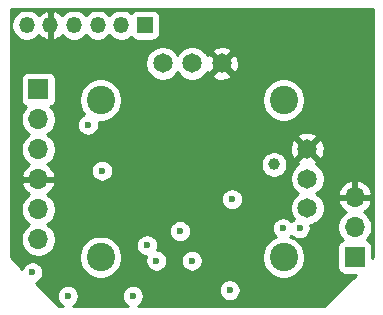
<source format=gbr>
G04 #@! TF.GenerationSoftware,KiCad,Pcbnew,(5.1.6-0-10_14)*
G04 #@! TF.CreationDate,2020-11-17T18:44:15+01:00*
G04 #@! TF.ProjectId,ProStick64_PCB_v6,50726f53-7469-4636-9b36-345f5043425f,rev?*
G04 #@! TF.SameCoordinates,Original*
G04 #@! TF.FileFunction,Copper,L2,Inr*
G04 #@! TF.FilePolarity,Positive*
%FSLAX46Y46*%
G04 Gerber Fmt 4.6, Leading zero omitted, Abs format (unit mm)*
G04 Created by KiCad (PCBNEW (5.1.6-0-10_14)) date 2020-11-17 18:44:15*
%MOMM*%
%LPD*%
G01*
G04 APERTURE LIST*
G04 #@! TA.AperFunction,ViaPad*
%ADD10R,1.700000X1.700000*%
G04 #@! TD*
G04 #@! TA.AperFunction,ViaPad*
%ADD11O,1.700000X1.700000*%
G04 #@! TD*
G04 #@! TA.AperFunction,ViaPad*
%ADD12C,1.650000*%
G04 #@! TD*
G04 #@! TA.AperFunction,ViaPad*
%ADD13C,2.400000*%
G04 #@! TD*
G04 #@! TA.AperFunction,ViaPad*
%ADD14R,1.350000X1.350000*%
G04 #@! TD*
G04 #@! TA.AperFunction,ViaPad*
%ADD15O,1.350000X1.350000*%
G04 #@! TD*
G04 #@! TA.AperFunction,ViaPad*
%ADD16C,1.000000*%
G04 #@! TD*
G04 #@! TA.AperFunction,ViaPad*
%ADD17C,0.600000*%
G04 #@! TD*
G04 #@! TA.AperFunction,Conductor*
%ADD18C,0.254000*%
G04 #@! TD*
G04 APERTURE END LIST*
D10*
X133000000Y-67500000D03*
D11*
X133000000Y-70040000D03*
X133000000Y-72580000D03*
X133000000Y-75120000D03*
X133000000Y-77660000D03*
X133000000Y-80200000D03*
D12*
X155775000Y-77559000D03*
X143525000Y-65309000D03*
X155775000Y-75059000D03*
X146025000Y-65309000D03*
X155775000Y-72559000D03*
X148525000Y-65309000D03*
D13*
X138275000Y-68409000D03*
X138275000Y-81709000D03*
X153775000Y-81709000D03*
X153775000Y-68409000D03*
D10*
X159800000Y-81700000D03*
D11*
X159800000Y-79160000D03*
X159800000Y-76620000D03*
D14*
X142025000Y-62059000D03*
D15*
X140025000Y-62059000D03*
X138025000Y-62059000D03*
X136025000Y-62059000D03*
X134025000Y-62059000D03*
X132025000Y-62059000D03*
D16*
X152960000Y-73859000D03*
D17*
X149400000Y-76800000D03*
X149200000Y-84500000D03*
X141000000Y-85000000D03*
X153300000Y-83800000D03*
X137500000Y-79000000D03*
X137200000Y-70500000D03*
X138400000Y-74380001D03*
X132500000Y-83000000D03*
X153725000Y-79259000D03*
X142200000Y-80700000D03*
X155125000Y-79259000D03*
X145000000Y-79500000D03*
X135500000Y-85000000D03*
X143000000Y-82000000D03*
X146000000Y-82000000D03*
D18*
G36*
X161340001Y-81726618D02*
G01*
X161288072Y-81778547D01*
X161288072Y-80850000D01*
X161275812Y-80725518D01*
X161239502Y-80605820D01*
X161180537Y-80495506D01*
X161101185Y-80398815D01*
X161004494Y-80319463D01*
X160894180Y-80260498D01*
X160821620Y-80238487D01*
X160953475Y-80106632D01*
X161115990Y-79863411D01*
X161227932Y-79593158D01*
X161285000Y-79306260D01*
X161285000Y-79013740D01*
X161227932Y-78726842D01*
X161115990Y-78456589D01*
X160953475Y-78213368D01*
X160746632Y-78006525D01*
X160564466Y-77884805D01*
X160681355Y-77815178D01*
X160897588Y-77620269D01*
X161071641Y-77386920D01*
X161196825Y-77124099D01*
X161241476Y-76976890D01*
X161120155Y-76747000D01*
X159927000Y-76747000D01*
X159927000Y-76767000D01*
X159673000Y-76767000D01*
X159673000Y-76747000D01*
X158479845Y-76747000D01*
X158358524Y-76976890D01*
X158403175Y-77124099D01*
X158528359Y-77386920D01*
X158702412Y-77620269D01*
X158918645Y-77815178D01*
X159035534Y-77884805D01*
X158853368Y-78006525D01*
X158646525Y-78213368D01*
X158484010Y-78456589D01*
X158372068Y-78726842D01*
X158315000Y-79013740D01*
X158315000Y-79306260D01*
X158372068Y-79593158D01*
X158484010Y-79863411D01*
X158646525Y-80106632D01*
X158778380Y-80238487D01*
X158705820Y-80260498D01*
X158595506Y-80319463D01*
X158498815Y-80398815D01*
X158419463Y-80495506D01*
X158360498Y-80605820D01*
X158324188Y-80725518D01*
X158311928Y-80850000D01*
X158311928Y-82550000D01*
X158324188Y-82674482D01*
X158360498Y-82794180D01*
X158419463Y-82904494D01*
X158498815Y-83001185D01*
X158595506Y-83080537D01*
X158705820Y-83139502D01*
X158825518Y-83175812D01*
X158950000Y-83188072D01*
X159878547Y-83188072D01*
X157226620Y-85840000D01*
X141415333Y-85840000D01*
X141442889Y-85828586D01*
X141596028Y-85726262D01*
X141726262Y-85596028D01*
X141828586Y-85442889D01*
X141899068Y-85272729D01*
X141935000Y-85092089D01*
X141935000Y-84907911D01*
X141899068Y-84727271D01*
X141828586Y-84557111D01*
X141728894Y-84407911D01*
X148265000Y-84407911D01*
X148265000Y-84592089D01*
X148300932Y-84772729D01*
X148371414Y-84942889D01*
X148473738Y-85096028D01*
X148603972Y-85226262D01*
X148757111Y-85328586D01*
X148927271Y-85399068D01*
X149107911Y-85435000D01*
X149292089Y-85435000D01*
X149472729Y-85399068D01*
X149642889Y-85328586D01*
X149796028Y-85226262D01*
X149926262Y-85096028D01*
X150028586Y-84942889D01*
X150099068Y-84772729D01*
X150135000Y-84592089D01*
X150135000Y-84407911D01*
X150099068Y-84227271D01*
X150028586Y-84057111D01*
X149926262Y-83903972D01*
X149796028Y-83773738D01*
X149642889Y-83671414D01*
X149472729Y-83600932D01*
X149292089Y-83565000D01*
X149107911Y-83565000D01*
X148927271Y-83600932D01*
X148757111Y-83671414D01*
X148603972Y-83773738D01*
X148473738Y-83903972D01*
X148371414Y-84057111D01*
X148300932Y-84227271D01*
X148265000Y-84407911D01*
X141728894Y-84407911D01*
X141726262Y-84403972D01*
X141596028Y-84273738D01*
X141442889Y-84171414D01*
X141272729Y-84100932D01*
X141092089Y-84065000D01*
X140907911Y-84065000D01*
X140727271Y-84100932D01*
X140557111Y-84171414D01*
X140403972Y-84273738D01*
X140273738Y-84403972D01*
X140171414Y-84557111D01*
X140100932Y-84727271D01*
X140065000Y-84907911D01*
X140065000Y-85092089D01*
X140100932Y-85272729D01*
X140171414Y-85442889D01*
X140273738Y-85596028D01*
X140403972Y-85726262D01*
X140557111Y-85828586D01*
X140584667Y-85840000D01*
X135915333Y-85840000D01*
X135942889Y-85828586D01*
X136096028Y-85726262D01*
X136226262Y-85596028D01*
X136328586Y-85442889D01*
X136399068Y-85272729D01*
X136435000Y-85092089D01*
X136435000Y-84907911D01*
X136399068Y-84727271D01*
X136328586Y-84557111D01*
X136226262Y-84403972D01*
X136096028Y-84273738D01*
X135942889Y-84171414D01*
X135772729Y-84100932D01*
X135592089Y-84065000D01*
X135407911Y-84065000D01*
X135227271Y-84100932D01*
X135057111Y-84171414D01*
X134903972Y-84273738D01*
X134773738Y-84403972D01*
X134671414Y-84557111D01*
X134600932Y-84727271D01*
X134565000Y-84907911D01*
X134565000Y-85092089D01*
X134600932Y-85272729D01*
X134671414Y-85442889D01*
X134773738Y-85596028D01*
X134903972Y-85726262D01*
X135057111Y-85828586D01*
X135084667Y-85840000D01*
X134773381Y-85840000D01*
X132814957Y-83881577D01*
X132942889Y-83828586D01*
X133096028Y-83726262D01*
X133226262Y-83596028D01*
X133328586Y-83442889D01*
X133399068Y-83272729D01*
X133435000Y-83092089D01*
X133435000Y-82907911D01*
X133399068Y-82727271D01*
X133328586Y-82557111D01*
X133226262Y-82403972D01*
X133096028Y-82273738D01*
X132942889Y-82171414D01*
X132772729Y-82100932D01*
X132592089Y-82065000D01*
X132407911Y-82065000D01*
X132227271Y-82100932D01*
X132057111Y-82171414D01*
X131903972Y-82273738D01*
X131773738Y-82403972D01*
X131671414Y-82557111D01*
X131618423Y-82685043D01*
X130660000Y-81726620D01*
X130660000Y-77513740D01*
X131515000Y-77513740D01*
X131515000Y-77806260D01*
X131572068Y-78093158D01*
X131684010Y-78363411D01*
X131846525Y-78606632D01*
X132053368Y-78813475D01*
X132227760Y-78930000D01*
X132053368Y-79046525D01*
X131846525Y-79253368D01*
X131684010Y-79496589D01*
X131572068Y-79766842D01*
X131515000Y-80053740D01*
X131515000Y-80346260D01*
X131572068Y-80633158D01*
X131684010Y-80903411D01*
X131846525Y-81146632D01*
X132053368Y-81353475D01*
X132296589Y-81515990D01*
X132566842Y-81627932D01*
X132853740Y-81685000D01*
X133146260Y-81685000D01*
X133433158Y-81627932D01*
X133673769Y-81528268D01*
X136440000Y-81528268D01*
X136440000Y-81889732D01*
X136510518Y-82244250D01*
X136648844Y-82578199D01*
X136849662Y-82878744D01*
X137105256Y-83134338D01*
X137405801Y-83335156D01*
X137739750Y-83473482D01*
X138094268Y-83544000D01*
X138455732Y-83544000D01*
X138810250Y-83473482D01*
X139144199Y-83335156D01*
X139444744Y-83134338D01*
X139700338Y-82878744D01*
X139901156Y-82578199D01*
X140039482Y-82244250D01*
X140110000Y-81889732D01*
X140110000Y-81528268D01*
X140039482Y-81173750D01*
X139901156Y-80839801D01*
X139746212Y-80607911D01*
X141265000Y-80607911D01*
X141265000Y-80792089D01*
X141300932Y-80972729D01*
X141371414Y-81142889D01*
X141473738Y-81296028D01*
X141603972Y-81426262D01*
X141757111Y-81528586D01*
X141927271Y-81599068D01*
X142107911Y-81635000D01*
X142139152Y-81635000D01*
X142100932Y-81727271D01*
X142065000Y-81907911D01*
X142065000Y-82092089D01*
X142100932Y-82272729D01*
X142171414Y-82442889D01*
X142273738Y-82596028D01*
X142403972Y-82726262D01*
X142557111Y-82828586D01*
X142727271Y-82899068D01*
X142907911Y-82935000D01*
X143092089Y-82935000D01*
X143272729Y-82899068D01*
X143442889Y-82828586D01*
X143596028Y-82726262D01*
X143726262Y-82596028D01*
X143828586Y-82442889D01*
X143899068Y-82272729D01*
X143935000Y-82092089D01*
X143935000Y-81907911D01*
X145065000Y-81907911D01*
X145065000Y-82092089D01*
X145100932Y-82272729D01*
X145171414Y-82442889D01*
X145273738Y-82596028D01*
X145403972Y-82726262D01*
X145557111Y-82828586D01*
X145727271Y-82899068D01*
X145907911Y-82935000D01*
X146092089Y-82935000D01*
X146272729Y-82899068D01*
X146442889Y-82828586D01*
X146596028Y-82726262D01*
X146726262Y-82596028D01*
X146828586Y-82442889D01*
X146899068Y-82272729D01*
X146935000Y-82092089D01*
X146935000Y-81907911D01*
X146899068Y-81727271D01*
X146828586Y-81557111D01*
X146809314Y-81528268D01*
X151940000Y-81528268D01*
X151940000Y-81889732D01*
X152010518Y-82244250D01*
X152148844Y-82578199D01*
X152349662Y-82878744D01*
X152605256Y-83134338D01*
X152905801Y-83335156D01*
X153239750Y-83473482D01*
X153594268Y-83544000D01*
X153955732Y-83544000D01*
X154310250Y-83473482D01*
X154644199Y-83335156D01*
X154944744Y-83134338D01*
X155200338Y-82878744D01*
X155401156Y-82578199D01*
X155539482Y-82244250D01*
X155610000Y-81889732D01*
X155610000Y-81528268D01*
X155539482Y-81173750D01*
X155401156Y-80839801D01*
X155200338Y-80539256D01*
X154944744Y-80283662D01*
X154644199Y-80082844D01*
X154346682Y-79959608D01*
X154425000Y-79881290D01*
X154528972Y-79985262D01*
X154682111Y-80087586D01*
X154852271Y-80158068D01*
X155032911Y-80194000D01*
X155217089Y-80194000D01*
X155397729Y-80158068D01*
X155567889Y-80087586D01*
X155721028Y-79985262D01*
X155851262Y-79855028D01*
X155953586Y-79701889D01*
X156024068Y-79531729D01*
X156060000Y-79351089D01*
X156060000Y-79166911D01*
X156026324Y-78997612D01*
X156200866Y-78962893D01*
X156466569Y-78852835D01*
X156705696Y-78693056D01*
X156909056Y-78489696D01*
X157068835Y-78250569D01*
X157178893Y-77984866D01*
X157235000Y-77702797D01*
X157235000Y-77415203D01*
X157178893Y-77133134D01*
X157068835Y-76867431D01*
X156909056Y-76628304D01*
X156705696Y-76424944D01*
X156532173Y-76309000D01*
X156600852Y-76263110D01*
X158358524Y-76263110D01*
X158479845Y-76493000D01*
X159673000Y-76493000D01*
X159673000Y-75299186D01*
X159927000Y-75299186D01*
X159927000Y-76493000D01*
X161120155Y-76493000D01*
X161241476Y-76263110D01*
X161196825Y-76115901D01*
X161071641Y-75853080D01*
X160897588Y-75619731D01*
X160681355Y-75424822D01*
X160431252Y-75275843D01*
X160156891Y-75178519D01*
X159927000Y-75299186D01*
X159673000Y-75299186D01*
X159443109Y-75178519D01*
X159168748Y-75275843D01*
X158918645Y-75424822D01*
X158702412Y-75619731D01*
X158528359Y-75853080D01*
X158403175Y-76115901D01*
X158358524Y-76263110D01*
X156600852Y-76263110D01*
X156705696Y-76193056D01*
X156909056Y-75989696D01*
X157068835Y-75750569D01*
X157178893Y-75484866D01*
X157235000Y-75202797D01*
X157235000Y-74915203D01*
X157178893Y-74633134D01*
X157068835Y-74367431D01*
X156909056Y-74128304D01*
X156705696Y-73924944D01*
X156533258Y-73809725D01*
X156605946Y-73569551D01*
X155775000Y-72738605D01*
X154944054Y-73569551D01*
X155016742Y-73809725D01*
X154844304Y-73924944D01*
X154640944Y-74128304D01*
X154481165Y-74367431D01*
X154371107Y-74633134D01*
X154315000Y-74915203D01*
X154315000Y-75202797D01*
X154371107Y-75484866D01*
X154481165Y-75750569D01*
X154640944Y-75989696D01*
X154844304Y-76193056D01*
X155017827Y-76309000D01*
X154844304Y-76424944D01*
X154640944Y-76628304D01*
X154481165Y-76867431D01*
X154371107Y-77133134D01*
X154315000Y-77415203D01*
X154315000Y-77702797D01*
X154371107Y-77984866D01*
X154481165Y-78250569D01*
X154626266Y-78467728D01*
X154528972Y-78532738D01*
X154425000Y-78636710D01*
X154321028Y-78532738D01*
X154167889Y-78430414D01*
X153997729Y-78359932D01*
X153817089Y-78324000D01*
X153632911Y-78324000D01*
X153452271Y-78359932D01*
X153282111Y-78430414D01*
X153128972Y-78532738D01*
X152998738Y-78662972D01*
X152896414Y-78816111D01*
X152825932Y-78986271D01*
X152790000Y-79166911D01*
X152790000Y-79351089D01*
X152825932Y-79531729D01*
X152896414Y-79701889D01*
X152998738Y-79855028D01*
X153128972Y-79985262D01*
X153133722Y-79988436D01*
X152905801Y-80082844D01*
X152605256Y-80283662D01*
X152349662Y-80539256D01*
X152148844Y-80839801D01*
X152010518Y-81173750D01*
X151940000Y-81528268D01*
X146809314Y-81528268D01*
X146726262Y-81403972D01*
X146596028Y-81273738D01*
X146442889Y-81171414D01*
X146272729Y-81100932D01*
X146092089Y-81065000D01*
X145907911Y-81065000D01*
X145727271Y-81100932D01*
X145557111Y-81171414D01*
X145403972Y-81273738D01*
X145273738Y-81403972D01*
X145171414Y-81557111D01*
X145100932Y-81727271D01*
X145065000Y-81907911D01*
X143935000Y-81907911D01*
X143899068Y-81727271D01*
X143828586Y-81557111D01*
X143726262Y-81403972D01*
X143596028Y-81273738D01*
X143442889Y-81171414D01*
X143272729Y-81100932D01*
X143092089Y-81065000D01*
X143060848Y-81065000D01*
X143099068Y-80972729D01*
X143135000Y-80792089D01*
X143135000Y-80607911D01*
X143099068Y-80427271D01*
X143028586Y-80257111D01*
X142926262Y-80103972D01*
X142796028Y-79973738D01*
X142642889Y-79871414D01*
X142472729Y-79800932D01*
X142292089Y-79765000D01*
X142107911Y-79765000D01*
X141927271Y-79800932D01*
X141757111Y-79871414D01*
X141603972Y-79973738D01*
X141473738Y-80103972D01*
X141371414Y-80257111D01*
X141300932Y-80427271D01*
X141265000Y-80607911D01*
X139746212Y-80607911D01*
X139700338Y-80539256D01*
X139444744Y-80283662D01*
X139144199Y-80082844D01*
X138810250Y-79944518D01*
X138455732Y-79874000D01*
X138094268Y-79874000D01*
X137739750Y-79944518D01*
X137405801Y-80082844D01*
X137105256Y-80283662D01*
X136849662Y-80539256D01*
X136648844Y-80839801D01*
X136510518Y-81173750D01*
X136440000Y-81528268D01*
X133673769Y-81528268D01*
X133703411Y-81515990D01*
X133946632Y-81353475D01*
X134153475Y-81146632D01*
X134315990Y-80903411D01*
X134427932Y-80633158D01*
X134485000Y-80346260D01*
X134485000Y-80053740D01*
X134427932Y-79766842D01*
X134315990Y-79496589D01*
X134256738Y-79407911D01*
X144065000Y-79407911D01*
X144065000Y-79592089D01*
X144100932Y-79772729D01*
X144171414Y-79942889D01*
X144273738Y-80096028D01*
X144403972Y-80226262D01*
X144557111Y-80328586D01*
X144727271Y-80399068D01*
X144907911Y-80435000D01*
X145092089Y-80435000D01*
X145272729Y-80399068D01*
X145442889Y-80328586D01*
X145596028Y-80226262D01*
X145726262Y-80096028D01*
X145828586Y-79942889D01*
X145899068Y-79772729D01*
X145935000Y-79592089D01*
X145935000Y-79407911D01*
X145899068Y-79227271D01*
X145828586Y-79057111D01*
X145726262Y-78903972D01*
X145596028Y-78773738D01*
X145442889Y-78671414D01*
X145272729Y-78600932D01*
X145092089Y-78565000D01*
X144907911Y-78565000D01*
X144727271Y-78600932D01*
X144557111Y-78671414D01*
X144403972Y-78773738D01*
X144273738Y-78903972D01*
X144171414Y-79057111D01*
X144100932Y-79227271D01*
X144065000Y-79407911D01*
X134256738Y-79407911D01*
X134153475Y-79253368D01*
X133946632Y-79046525D01*
X133772240Y-78930000D01*
X133946632Y-78813475D01*
X134153475Y-78606632D01*
X134315990Y-78363411D01*
X134427932Y-78093158D01*
X134485000Y-77806260D01*
X134485000Y-77513740D01*
X134427932Y-77226842D01*
X134315990Y-76956589D01*
X134153475Y-76713368D01*
X134148018Y-76707911D01*
X148465000Y-76707911D01*
X148465000Y-76892089D01*
X148500932Y-77072729D01*
X148571414Y-77242889D01*
X148673738Y-77396028D01*
X148803972Y-77526262D01*
X148957111Y-77628586D01*
X149127271Y-77699068D01*
X149307911Y-77735000D01*
X149492089Y-77735000D01*
X149672729Y-77699068D01*
X149842889Y-77628586D01*
X149996028Y-77526262D01*
X150126262Y-77396028D01*
X150228586Y-77242889D01*
X150299068Y-77072729D01*
X150335000Y-76892089D01*
X150335000Y-76707911D01*
X150299068Y-76527271D01*
X150228586Y-76357111D01*
X150126262Y-76203972D01*
X149996028Y-76073738D01*
X149842889Y-75971414D01*
X149672729Y-75900932D01*
X149492089Y-75865000D01*
X149307911Y-75865000D01*
X149127271Y-75900932D01*
X148957111Y-75971414D01*
X148803972Y-76073738D01*
X148673738Y-76203972D01*
X148571414Y-76357111D01*
X148500932Y-76527271D01*
X148465000Y-76707911D01*
X134148018Y-76707911D01*
X133946632Y-76506525D01*
X133764466Y-76384805D01*
X133881355Y-76315178D01*
X134097588Y-76120269D01*
X134271641Y-75886920D01*
X134396825Y-75624099D01*
X134441476Y-75476890D01*
X134320155Y-75247000D01*
X133127000Y-75247000D01*
X133127000Y-75267000D01*
X132873000Y-75267000D01*
X132873000Y-75247000D01*
X131679845Y-75247000D01*
X131558524Y-75476890D01*
X131603175Y-75624099D01*
X131728359Y-75886920D01*
X131902412Y-76120269D01*
X132118645Y-76315178D01*
X132235534Y-76384805D01*
X132053368Y-76506525D01*
X131846525Y-76713368D01*
X131684010Y-76956589D01*
X131572068Y-77226842D01*
X131515000Y-77513740D01*
X130660000Y-77513740D01*
X130660000Y-66650000D01*
X131511928Y-66650000D01*
X131511928Y-68350000D01*
X131524188Y-68474482D01*
X131560498Y-68594180D01*
X131619463Y-68704494D01*
X131698815Y-68801185D01*
X131795506Y-68880537D01*
X131905820Y-68939502D01*
X131978380Y-68961513D01*
X131846525Y-69093368D01*
X131684010Y-69336589D01*
X131572068Y-69606842D01*
X131515000Y-69893740D01*
X131515000Y-70186260D01*
X131572068Y-70473158D01*
X131684010Y-70743411D01*
X131846525Y-70986632D01*
X132053368Y-71193475D01*
X132227760Y-71310000D01*
X132053368Y-71426525D01*
X131846525Y-71633368D01*
X131684010Y-71876589D01*
X131572068Y-72146842D01*
X131515000Y-72433740D01*
X131515000Y-72726260D01*
X131572068Y-73013158D01*
X131684010Y-73283411D01*
X131846525Y-73526632D01*
X132053368Y-73733475D01*
X132235534Y-73855195D01*
X132118645Y-73924822D01*
X131902412Y-74119731D01*
X131728359Y-74353080D01*
X131603175Y-74615901D01*
X131558524Y-74763110D01*
X131679845Y-74993000D01*
X132873000Y-74993000D01*
X132873000Y-74973000D01*
X133127000Y-74973000D01*
X133127000Y-74993000D01*
X134320155Y-74993000D01*
X134441476Y-74763110D01*
X134396825Y-74615901D01*
X134271641Y-74353080D01*
X134223033Y-74287912D01*
X137465000Y-74287912D01*
X137465000Y-74472090D01*
X137500932Y-74652730D01*
X137571414Y-74822890D01*
X137673738Y-74976029D01*
X137803972Y-75106263D01*
X137957111Y-75208587D01*
X138127271Y-75279069D01*
X138307911Y-75315001D01*
X138492089Y-75315001D01*
X138672729Y-75279069D01*
X138842889Y-75208587D01*
X138996028Y-75106263D01*
X139126262Y-74976029D01*
X139228586Y-74822890D01*
X139299068Y-74652730D01*
X139335000Y-74472090D01*
X139335000Y-74287912D01*
X139299068Y-74107272D01*
X139228586Y-73937112D01*
X139126262Y-73783973D01*
X139089501Y-73747212D01*
X151825000Y-73747212D01*
X151825000Y-73970788D01*
X151868617Y-74190067D01*
X151954176Y-74396624D01*
X152078388Y-74582520D01*
X152236480Y-74740612D01*
X152422376Y-74864824D01*
X152628933Y-74950383D01*
X152848212Y-74994000D01*
X153071788Y-74994000D01*
X153291067Y-74950383D01*
X153497624Y-74864824D01*
X153683520Y-74740612D01*
X153841612Y-74582520D01*
X153965824Y-74396624D01*
X154051383Y-74190067D01*
X154095000Y-73970788D01*
X154095000Y-73747212D01*
X154051383Y-73527933D01*
X153965824Y-73321376D01*
X153841612Y-73135480D01*
X153683520Y-72977388D01*
X153497624Y-72853176D01*
X153291067Y-72767617D01*
X153071788Y-72724000D01*
X152848212Y-72724000D01*
X152628933Y-72767617D01*
X152422376Y-72853176D01*
X152236480Y-72977388D01*
X152078388Y-73135480D01*
X151954176Y-73321376D01*
X151868617Y-73527933D01*
X151825000Y-73747212D01*
X139089501Y-73747212D01*
X138996028Y-73653739D01*
X138842889Y-73551415D01*
X138672729Y-73480933D01*
X138492089Y-73445001D01*
X138307911Y-73445001D01*
X138127271Y-73480933D01*
X137957111Y-73551415D01*
X137803972Y-73653739D01*
X137673738Y-73783973D01*
X137571414Y-73937112D01*
X137500932Y-74107272D01*
X137465000Y-74287912D01*
X134223033Y-74287912D01*
X134097588Y-74119731D01*
X133881355Y-73924822D01*
X133764466Y-73855195D01*
X133946632Y-73733475D01*
X134153475Y-73526632D01*
X134315990Y-73283411D01*
X134427932Y-73013158D01*
X134485000Y-72726260D01*
X134485000Y-72628521D01*
X154309583Y-72628521D01*
X154351303Y-72913074D01*
X154447735Y-73184020D01*
X154517927Y-73315337D01*
X154764449Y-73389946D01*
X155595395Y-72559000D01*
X155954605Y-72559000D01*
X156785551Y-73389946D01*
X157032073Y-73315337D01*
X157155473Y-73055561D01*
X157225823Y-72776703D01*
X157240417Y-72489479D01*
X157198697Y-72204926D01*
X157102265Y-71933980D01*
X157032073Y-71802663D01*
X156785551Y-71728054D01*
X155954605Y-72559000D01*
X155595395Y-72559000D01*
X154764449Y-71728054D01*
X154517927Y-71802663D01*
X154394527Y-72062439D01*
X154324177Y-72341297D01*
X154309583Y-72628521D01*
X134485000Y-72628521D01*
X134485000Y-72433740D01*
X134427932Y-72146842D01*
X134315990Y-71876589D01*
X134153475Y-71633368D01*
X134068556Y-71548449D01*
X154944054Y-71548449D01*
X155775000Y-72379395D01*
X156605946Y-71548449D01*
X156531337Y-71301927D01*
X156271561Y-71178527D01*
X155992703Y-71108177D01*
X155705479Y-71093583D01*
X155420926Y-71135303D01*
X155149980Y-71231735D01*
X155018663Y-71301927D01*
X154944054Y-71548449D01*
X134068556Y-71548449D01*
X133946632Y-71426525D01*
X133772240Y-71310000D01*
X133946632Y-71193475D01*
X134153475Y-70986632D01*
X134315990Y-70743411D01*
X134427932Y-70473158D01*
X134440910Y-70407911D01*
X136265000Y-70407911D01*
X136265000Y-70592089D01*
X136300932Y-70772729D01*
X136371414Y-70942889D01*
X136473738Y-71096028D01*
X136603972Y-71226262D01*
X136757111Y-71328586D01*
X136927271Y-71399068D01*
X137107911Y-71435000D01*
X137292089Y-71435000D01*
X137472729Y-71399068D01*
X137642889Y-71328586D01*
X137796028Y-71226262D01*
X137926262Y-71096028D01*
X138028586Y-70942889D01*
X138099068Y-70772729D01*
X138135000Y-70592089D01*
X138135000Y-70407911D01*
X138102396Y-70244000D01*
X138455732Y-70244000D01*
X138810250Y-70173482D01*
X139144199Y-70035156D01*
X139444744Y-69834338D01*
X139700338Y-69578744D01*
X139901156Y-69278199D01*
X140039482Y-68944250D01*
X140110000Y-68589732D01*
X140110000Y-68228268D01*
X151940000Y-68228268D01*
X151940000Y-68589732D01*
X152010518Y-68944250D01*
X152148844Y-69278199D01*
X152349662Y-69578744D01*
X152605256Y-69834338D01*
X152905801Y-70035156D01*
X153239750Y-70173482D01*
X153594268Y-70244000D01*
X153955732Y-70244000D01*
X154310250Y-70173482D01*
X154644199Y-70035156D01*
X154944744Y-69834338D01*
X155200338Y-69578744D01*
X155401156Y-69278199D01*
X155539482Y-68944250D01*
X155610000Y-68589732D01*
X155610000Y-68228268D01*
X155539482Y-67873750D01*
X155401156Y-67539801D01*
X155200338Y-67239256D01*
X154944744Y-66983662D01*
X154644199Y-66782844D01*
X154310250Y-66644518D01*
X153955732Y-66574000D01*
X153594268Y-66574000D01*
X153239750Y-66644518D01*
X152905801Y-66782844D01*
X152605256Y-66983662D01*
X152349662Y-67239256D01*
X152148844Y-67539801D01*
X152010518Y-67873750D01*
X151940000Y-68228268D01*
X140110000Y-68228268D01*
X140039482Y-67873750D01*
X139901156Y-67539801D01*
X139700338Y-67239256D01*
X139444744Y-66983662D01*
X139144199Y-66782844D01*
X138810250Y-66644518D01*
X138455732Y-66574000D01*
X138094268Y-66574000D01*
X137739750Y-66644518D01*
X137405801Y-66782844D01*
X137105256Y-66983662D01*
X136849662Y-67239256D01*
X136648844Y-67539801D01*
X136510518Y-67873750D01*
X136440000Y-68228268D01*
X136440000Y-68589732D01*
X136510518Y-68944250D01*
X136648844Y-69278199D01*
X136849662Y-69578744D01*
X136888082Y-69617164D01*
X136757111Y-69671414D01*
X136603972Y-69773738D01*
X136473738Y-69903972D01*
X136371414Y-70057111D01*
X136300932Y-70227271D01*
X136265000Y-70407911D01*
X134440910Y-70407911D01*
X134485000Y-70186260D01*
X134485000Y-69893740D01*
X134427932Y-69606842D01*
X134315990Y-69336589D01*
X134153475Y-69093368D01*
X134021620Y-68961513D01*
X134094180Y-68939502D01*
X134204494Y-68880537D01*
X134301185Y-68801185D01*
X134380537Y-68704494D01*
X134439502Y-68594180D01*
X134475812Y-68474482D01*
X134488072Y-68350000D01*
X134488072Y-66650000D01*
X134475812Y-66525518D01*
X134439502Y-66405820D01*
X134380537Y-66295506D01*
X134301185Y-66198815D01*
X134204494Y-66119463D01*
X134094180Y-66060498D01*
X133974482Y-66024188D01*
X133850000Y-66011928D01*
X132150000Y-66011928D01*
X132025518Y-66024188D01*
X131905820Y-66060498D01*
X131795506Y-66119463D01*
X131698815Y-66198815D01*
X131619463Y-66295506D01*
X131560498Y-66405820D01*
X131524188Y-66525518D01*
X131511928Y-66650000D01*
X130660000Y-66650000D01*
X130660000Y-65165203D01*
X142065000Y-65165203D01*
X142065000Y-65452797D01*
X142121107Y-65734866D01*
X142231165Y-66000569D01*
X142390944Y-66239696D01*
X142594304Y-66443056D01*
X142833431Y-66602835D01*
X143099134Y-66712893D01*
X143381203Y-66769000D01*
X143668797Y-66769000D01*
X143950866Y-66712893D01*
X144216569Y-66602835D01*
X144455696Y-66443056D01*
X144659056Y-66239696D01*
X144775000Y-66066173D01*
X144890944Y-66239696D01*
X145094304Y-66443056D01*
X145333431Y-66602835D01*
X145599134Y-66712893D01*
X145881203Y-66769000D01*
X146168797Y-66769000D01*
X146450866Y-66712893D01*
X146716569Y-66602835D01*
X146955696Y-66443056D01*
X147079201Y-66319551D01*
X147694054Y-66319551D01*
X147768663Y-66566073D01*
X148028439Y-66689473D01*
X148307297Y-66759823D01*
X148594521Y-66774417D01*
X148879074Y-66732697D01*
X149150020Y-66636265D01*
X149281337Y-66566073D01*
X149355946Y-66319551D01*
X148525000Y-65488605D01*
X147694054Y-66319551D01*
X147079201Y-66319551D01*
X147159056Y-66239696D01*
X147274275Y-66067258D01*
X147514449Y-66139946D01*
X148345395Y-65309000D01*
X148704605Y-65309000D01*
X149535551Y-66139946D01*
X149782073Y-66065337D01*
X149905473Y-65805561D01*
X149975823Y-65526703D01*
X149990417Y-65239479D01*
X149948697Y-64954926D01*
X149852265Y-64683980D01*
X149782073Y-64552663D01*
X149535551Y-64478054D01*
X148704605Y-65309000D01*
X148345395Y-65309000D01*
X147514449Y-64478054D01*
X147274275Y-64550742D01*
X147159056Y-64378304D01*
X147079201Y-64298449D01*
X147694054Y-64298449D01*
X148525000Y-65129395D01*
X149355946Y-64298449D01*
X149281337Y-64051927D01*
X149021561Y-63928527D01*
X148742703Y-63858177D01*
X148455479Y-63843583D01*
X148170926Y-63885303D01*
X147899980Y-63981735D01*
X147768663Y-64051927D01*
X147694054Y-64298449D01*
X147079201Y-64298449D01*
X146955696Y-64174944D01*
X146716569Y-64015165D01*
X146450866Y-63905107D01*
X146168797Y-63849000D01*
X145881203Y-63849000D01*
X145599134Y-63905107D01*
X145333431Y-64015165D01*
X145094304Y-64174944D01*
X144890944Y-64378304D01*
X144775000Y-64551827D01*
X144659056Y-64378304D01*
X144455696Y-64174944D01*
X144216569Y-64015165D01*
X143950866Y-63905107D01*
X143668797Y-63849000D01*
X143381203Y-63849000D01*
X143099134Y-63905107D01*
X142833431Y-64015165D01*
X142594304Y-64174944D01*
X142390944Y-64378304D01*
X142231165Y-64617431D01*
X142121107Y-64883134D01*
X142065000Y-65165203D01*
X130660000Y-65165203D01*
X130660000Y-61929976D01*
X130715000Y-61929976D01*
X130715000Y-62188024D01*
X130765342Y-62441113D01*
X130864093Y-62679518D01*
X131007456Y-62894077D01*
X131189923Y-63076544D01*
X131404482Y-63219907D01*
X131642887Y-63318658D01*
X131895976Y-63369000D01*
X132154024Y-63369000D01*
X132407113Y-63318658D01*
X132645518Y-63219907D01*
X132860077Y-63076544D01*
X133031681Y-62904940D01*
X133153773Y-63037303D01*
X133361371Y-63188473D01*
X133594472Y-63296238D01*
X133695600Y-63326910D01*
X133898000Y-63203224D01*
X133898000Y-62186000D01*
X133878000Y-62186000D01*
X133878000Y-61932000D01*
X133898000Y-61932000D01*
X133898000Y-60914776D01*
X134152000Y-60914776D01*
X134152000Y-61932000D01*
X134172000Y-61932000D01*
X134172000Y-62186000D01*
X134152000Y-62186000D01*
X134152000Y-63203224D01*
X134354400Y-63326910D01*
X134455528Y-63296238D01*
X134688629Y-63188473D01*
X134896227Y-63037303D01*
X135018319Y-62904940D01*
X135189923Y-63076544D01*
X135404482Y-63219907D01*
X135642887Y-63318658D01*
X135895976Y-63369000D01*
X136154024Y-63369000D01*
X136407113Y-63318658D01*
X136645518Y-63219907D01*
X136860077Y-63076544D01*
X137025000Y-62911621D01*
X137189923Y-63076544D01*
X137404482Y-63219907D01*
X137642887Y-63318658D01*
X137895976Y-63369000D01*
X138154024Y-63369000D01*
X138407113Y-63318658D01*
X138645518Y-63219907D01*
X138860077Y-63076544D01*
X139025000Y-62911621D01*
X139189923Y-63076544D01*
X139404482Y-63219907D01*
X139642887Y-63318658D01*
X139895976Y-63369000D01*
X140154024Y-63369000D01*
X140407113Y-63318658D01*
X140645518Y-63219907D01*
X140827513Y-63098303D01*
X140898815Y-63185185D01*
X140995506Y-63264537D01*
X141105820Y-63323502D01*
X141225518Y-63359812D01*
X141350000Y-63372072D01*
X142700000Y-63372072D01*
X142824482Y-63359812D01*
X142944180Y-63323502D01*
X143054494Y-63264537D01*
X143151185Y-63185185D01*
X143230537Y-63088494D01*
X143289502Y-62978180D01*
X143325812Y-62858482D01*
X143338072Y-62734000D01*
X143338072Y-61384000D01*
X143325812Y-61259518D01*
X143289502Y-61139820D01*
X143230537Y-61029506D01*
X143151185Y-60932815D01*
X143054494Y-60853463D01*
X142944180Y-60794498D01*
X142824482Y-60758188D01*
X142700000Y-60745928D01*
X141350000Y-60745928D01*
X141225518Y-60758188D01*
X141105820Y-60794498D01*
X140995506Y-60853463D01*
X140898815Y-60932815D01*
X140827513Y-61019697D01*
X140645518Y-60898093D01*
X140407113Y-60799342D01*
X140154024Y-60749000D01*
X139895976Y-60749000D01*
X139642887Y-60799342D01*
X139404482Y-60898093D01*
X139189923Y-61041456D01*
X139025000Y-61206379D01*
X138860077Y-61041456D01*
X138645518Y-60898093D01*
X138407113Y-60799342D01*
X138154024Y-60749000D01*
X137895976Y-60749000D01*
X137642887Y-60799342D01*
X137404482Y-60898093D01*
X137189923Y-61041456D01*
X137025000Y-61206379D01*
X136860077Y-61041456D01*
X136645518Y-60898093D01*
X136407113Y-60799342D01*
X136154024Y-60749000D01*
X135895976Y-60749000D01*
X135642887Y-60799342D01*
X135404482Y-60898093D01*
X135189923Y-61041456D01*
X135018319Y-61213060D01*
X134896227Y-61080697D01*
X134688629Y-60929527D01*
X134455528Y-60821762D01*
X134354400Y-60791090D01*
X134152000Y-60914776D01*
X133898000Y-60914776D01*
X133695600Y-60791090D01*
X133594472Y-60821762D01*
X133361371Y-60929527D01*
X133153773Y-61080697D01*
X133031681Y-61213060D01*
X132860077Y-61041456D01*
X132645518Y-60898093D01*
X132407113Y-60799342D01*
X132154024Y-60749000D01*
X131895976Y-60749000D01*
X131642887Y-60799342D01*
X131404482Y-60898093D01*
X131189923Y-61041456D01*
X131007456Y-61223923D01*
X130864093Y-61438482D01*
X130765342Y-61676887D01*
X130715000Y-61929976D01*
X130660000Y-61929976D01*
X130660000Y-60660000D01*
X161340000Y-60660000D01*
X161340001Y-81726618D01*
G37*
X161340001Y-81726618D02*
X161288072Y-81778547D01*
X161288072Y-80850000D01*
X161275812Y-80725518D01*
X161239502Y-80605820D01*
X161180537Y-80495506D01*
X161101185Y-80398815D01*
X161004494Y-80319463D01*
X160894180Y-80260498D01*
X160821620Y-80238487D01*
X160953475Y-80106632D01*
X161115990Y-79863411D01*
X161227932Y-79593158D01*
X161285000Y-79306260D01*
X161285000Y-79013740D01*
X161227932Y-78726842D01*
X161115990Y-78456589D01*
X160953475Y-78213368D01*
X160746632Y-78006525D01*
X160564466Y-77884805D01*
X160681355Y-77815178D01*
X160897588Y-77620269D01*
X161071641Y-77386920D01*
X161196825Y-77124099D01*
X161241476Y-76976890D01*
X161120155Y-76747000D01*
X159927000Y-76747000D01*
X159927000Y-76767000D01*
X159673000Y-76767000D01*
X159673000Y-76747000D01*
X158479845Y-76747000D01*
X158358524Y-76976890D01*
X158403175Y-77124099D01*
X158528359Y-77386920D01*
X158702412Y-77620269D01*
X158918645Y-77815178D01*
X159035534Y-77884805D01*
X158853368Y-78006525D01*
X158646525Y-78213368D01*
X158484010Y-78456589D01*
X158372068Y-78726842D01*
X158315000Y-79013740D01*
X158315000Y-79306260D01*
X158372068Y-79593158D01*
X158484010Y-79863411D01*
X158646525Y-80106632D01*
X158778380Y-80238487D01*
X158705820Y-80260498D01*
X158595506Y-80319463D01*
X158498815Y-80398815D01*
X158419463Y-80495506D01*
X158360498Y-80605820D01*
X158324188Y-80725518D01*
X158311928Y-80850000D01*
X158311928Y-82550000D01*
X158324188Y-82674482D01*
X158360498Y-82794180D01*
X158419463Y-82904494D01*
X158498815Y-83001185D01*
X158595506Y-83080537D01*
X158705820Y-83139502D01*
X158825518Y-83175812D01*
X158950000Y-83188072D01*
X159878547Y-83188072D01*
X157226620Y-85840000D01*
X141415333Y-85840000D01*
X141442889Y-85828586D01*
X141596028Y-85726262D01*
X141726262Y-85596028D01*
X141828586Y-85442889D01*
X141899068Y-85272729D01*
X141935000Y-85092089D01*
X141935000Y-84907911D01*
X141899068Y-84727271D01*
X141828586Y-84557111D01*
X141728894Y-84407911D01*
X148265000Y-84407911D01*
X148265000Y-84592089D01*
X148300932Y-84772729D01*
X148371414Y-84942889D01*
X148473738Y-85096028D01*
X148603972Y-85226262D01*
X148757111Y-85328586D01*
X148927271Y-85399068D01*
X149107911Y-85435000D01*
X149292089Y-85435000D01*
X149472729Y-85399068D01*
X149642889Y-85328586D01*
X149796028Y-85226262D01*
X149926262Y-85096028D01*
X150028586Y-84942889D01*
X150099068Y-84772729D01*
X150135000Y-84592089D01*
X150135000Y-84407911D01*
X150099068Y-84227271D01*
X150028586Y-84057111D01*
X149926262Y-83903972D01*
X149796028Y-83773738D01*
X149642889Y-83671414D01*
X149472729Y-83600932D01*
X149292089Y-83565000D01*
X149107911Y-83565000D01*
X148927271Y-83600932D01*
X148757111Y-83671414D01*
X148603972Y-83773738D01*
X148473738Y-83903972D01*
X148371414Y-84057111D01*
X148300932Y-84227271D01*
X148265000Y-84407911D01*
X141728894Y-84407911D01*
X141726262Y-84403972D01*
X141596028Y-84273738D01*
X141442889Y-84171414D01*
X141272729Y-84100932D01*
X141092089Y-84065000D01*
X140907911Y-84065000D01*
X140727271Y-84100932D01*
X140557111Y-84171414D01*
X140403972Y-84273738D01*
X140273738Y-84403972D01*
X140171414Y-84557111D01*
X140100932Y-84727271D01*
X140065000Y-84907911D01*
X140065000Y-85092089D01*
X140100932Y-85272729D01*
X140171414Y-85442889D01*
X140273738Y-85596028D01*
X140403972Y-85726262D01*
X140557111Y-85828586D01*
X140584667Y-85840000D01*
X135915333Y-85840000D01*
X135942889Y-85828586D01*
X136096028Y-85726262D01*
X136226262Y-85596028D01*
X136328586Y-85442889D01*
X136399068Y-85272729D01*
X136435000Y-85092089D01*
X136435000Y-84907911D01*
X136399068Y-84727271D01*
X136328586Y-84557111D01*
X136226262Y-84403972D01*
X136096028Y-84273738D01*
X135942889Y-84171414D01*
X135772729Y-84100932D01*
X135592089Y-84065000D01*
X135407911Y-84065000D01*
X135227271Y-84100932D01*
X135057111Y-84171414D01*
X134903972Y-84273738D01*
X134773738Y-84403972D01*
X134671414Y-84557111D01*
X134600932Y-84727271D01*
X134565000Y-84907911D01*
X134565000Y-85092089D01*
X134600932Y-85272729D01*
X134671414Y-85442889D01*
X134773738Y-85596028D01*
X134903972Y-85726262D01*
X135057111Y-85828586D01*
X135084667Y-85840000D01*
X134773381Y-85840000D01*
X132814957Y-83881577D01*
X132942889Y-83828586D01*
X133096028Y-83726262D01*
X133226262Y-83596028D01*
X133328586Y-83442889D01*
X133399068Y-83272729D01*
X133435000Y-83092089D01*
X133435000Y-82907911D01*
X133399068Y-82727271D01*
X133328586Y-82557111D01*
X133226262Y-82403972D01*
X133096028Y-82273738D01*
X132942889Y-82171414D01*
X132772729Y-82100932D01*
X132592089Y-82065000D01*
X132407911Y-82065000D01*
X132227271Y-82100932D01*
X132057111Y-82171414D01*
X131903972Y-82273738D01*
X131773738Y-82403972D01*
X131671414Y-82557111D01*
X131618423Y-82685043D01*
X130660000Y-81726620D01*
X130660000Y-77513740D01*
X131515000Y-77513740D01*
X131515000Y-77806260D01*
X131572068Y-78093158D01*
X131684010Y-78363411D01*
X131846525Y-78606632D01*
X132053368Y-78813475D01*
X132227760Y-78930000D01*
X132053368Y-79046525D01*
X131846525Y-79253368D01*
X131684010Y-79496589D01*
X131572068Y-79766842D01*
X131515000Y-80053740D01*
X131515000Y-80346260D01*
X131572068Y-80633158D01*
X131684010Y-80903411D01*
X131846525Y-81146632D01*
X132053368Y-81353475D01*
X132296589Y-81515990D01*
X132566842Y-81627932D01*
X132853740Y-81685000D01*
X133146260Y-81685000D01*
X133433158Y-81627932D01*
X133673769Y-81528268D01*
X136440000Y-81528268D01*
X136440000Y-81889732D01*
X136510518Y-82244250D01*
X136648844Y-82578199D01*
X136849662Y-82878744D01*
X137105256Y-83134338D01*
X137405801Y-83335156D01*
X137739750Y-83473482D01*
X138094268Y-83544000D01*
X138455732Y-83544000D01*
X138810250Y-83473482D01*
X139144199Y-83335156D01*
X139444744Y-83134338D01*
X139700338Y-82878744D01*
X139901156Y-82578199D01*
X140039482Y-82244250D01*
X140110000Y-81889732D01*
X140110000Y-81528268D01*
X140039482Y-81173750D01*
X139901156Y-80839801D01*
X139746212Y-80607911D01*
X141265000Y-80607911D01*
X141265000Y-80792089D01*
X141300932Y-80972729D01*
X141371414Y-81142889D01*
X141473738Y-81296028D01*
X141603972Y-81426262D01*
X141757111Y-81528586D01*
X141927271Y-81599068D01*
X142107911Y-81635000D01*
X142139152Y-81635000D01*
X142100932Y-81727271D01*
X142065000Y-81907911D01*
X142065000Y-82092089D01*
X142100932Y-82272729D01*
X142171414Y-82442889D01*
X142273738Y-82596028D01*
X142403972Y-82726262D01*
X142557111Y-82828586D01*
X142727271Y-82899068D01*
X142907911Y-82935000D01*
X143092089Y-82935000D01*
X143272729Y-82899068D01*
X143442889Y-82828586D01*
X143596028Y-82726262D01*
X143726262Y-82596028D01*
X143828586Y-82442889D01*
X143899068Y-82272729D01*
X143935000Y-82092089D01*
X143935000Y-81907911D01*
X145065000Y-81907911D01*
X145065000Y-82092089D01*
X145100932Y-82272729D01*
X145171414Y-82442889D01*
X145273738Y-82596028D01*
X145403972Y-82726262D01*
X145557111Y-82828586D01*
X145727271Y-82899068D01*
X145907911Y-82935000D01*
X146092089Y-82935000D01*
X146272729Y-82899068D01*
X146442889Y-82828586D01*
X146596028Y-82726262D01*
X146726262Y-82596028D01*
X146828586Y-82442889D01*
X146899068Y-82272729D01*
X146935000Y-82092089D01*
X146935000Y-81907911D01*
X146899068Y-81727271D01*
X146828586Y-81557111D01*
X146809314Y-81528268D01*
X151940000Y-81528268D01*
X151940000Y-81889732D01*
X152010518Y-82244250D01*
X152148844Y-82578199D01*
X152349662Y-82878744D01*
X152605256Y-83134338D01*
X152905801Y-83335156D01*
X153239750Y-83473482D01*
X153594268Y-83544000D01*
X153955732Y-83544000D01*
X154310250Y-83473482D01*
X154644199Y-83335156D01*
X154944744Y-83134338D01*
X155200338Y-82878744D01*
X155401156Y-82578199D01*
X155539482Y-82244250D01*
X155610000Y-81889732D01*
X155610000Y-81528268D01*
X155539482Y-81173750D01*
X155401156Y-80839801D01*
X155200338Y-80539256D01*
X154944744Y-80283662D01*
X154644199Y-80082844D01*
X154346682Y-79959608D01*
X154425000Y-79881290D01*
X154528972Y-79985262D01*
X154682111Y-80087586D01*
X154852271Y-80158068D01*
X155032911Y-80194000D01*
X155217089Y-80194000D01*
X155397729Y-80158068D01*
X155567889Y-80087586D01*
X155721028Y-79985262D01*
X155851262Y-79855028D01*
X155953586Y-79701889D01*
X156024068Y-79531729D01*
X156060000Y-79351089D01*
X156060000Y-79166911D01*
X156026324Y-78997612D01*
X156200866Y-78962893D01*
X156466569Y-78852835D01*
X156705696Y-78693056D01*
X156909056Y-78489696D01*
X157068835Y-78250569D01*
X157178893Y-77984866D01*
X157235000Y-77702797D01*
X157235000Y-77415203D01*
X157178893Y-77133134D01*
X157068835Y-76867431D01*
X156909056Y-76628304D01*
X156705696Y-76424944D01*
X156532173Y-76309000D01*
X156600852Y-76263110D01*
X158358524Y-76263110D01*
X158479845Y-76493000D01*
X159673000Y-76493000D01*
X159673000Y-75299186D01*
X159927000Y-75299186D01*
X159927000Y-76493000D01*
X161120155Y-76493000D01*
X161241476Y-76263110D01*
X161196825Y-76115901D01*
X161071641Y-75853080D01*
X160897588Y-75619731D01*
X160681355Y-75424822D01*
X160431252Y-75275843D01*
X160156891Y-75178519D01*
X159927000Y-75299186D01*
X159673000Y-75299186D01*
X159443109Y-75178519D01*
X159168748Y-75275843D01*
X158918645Y-75424822D01*
X158702412Y-75619731D01*
X158528359Y-75853080D01*
X158403175Y-76115901D01*
X158358524Y-76263110D01*
X156600852Y-76263110D01*
X156705696Y-76193056D01*
X156909056Y-75989696D01*
X157068835Y-75750569D01*
X157178893Y-75484866D01*
X157235000Y-75202797D01*
X157235000Y-74915203D01*
X157178893Y-74633134D01*
X157068835Y-74367431D01*
X156909056Y-74128304D01*
X156705696Y-73924944D01*
X156533258Y-73809725D01*
X156605946Y-73569551D01*
X155775000Y-72738605D01*
X154944054Y-73569551D01*
X155016742Y-73809725D01*
X154844304Y-73924944D01*
X154640944Y-74128304D01*
X154481165Y-74367431D01*
X154371107Y-74633134D01*
X154315000Y-74915203D01*
X154315000Y-75202797D01*
X154371107Y-75484866D01*
X154481165Y-75750569D01*
X154640944Y-75989696D01*
X154844304Y-76193056D01*
X155017827Y-76309000D01*
X154844304Y-76424944D01*
X154640944Y-76628304D01*
X154481165Y-76867431D01*
X154371107Y-77133134D01*
X154315000Y-77415203D01*
X154315000Y-77702797D01*
X154371107Y-77984866D01*
X154481165Y-78250569D01*
X154626266Y-78467728D01*
X154528972Y-78532738D01*
X154425000Y-78636710D01*
X154321028Y-78532738D01*
X154167889Y-78430414D01*
X153997729Y-78359932D01*
X153817089Y-78324000D01*
X153632911Y-78324000D01*
X153452271Y-78359932D01*
X153282111Y-78430414D01*
X153128972Y-78532738D01*
X152998738Y-78662972D01*
X152896414Y-78816111D01*
X152825932Y-78986271D01*
X152790000Y-79166911D01*
X152790000Y-79351089D01*
X152825932Y-79531729D01*
X152896414Y-79701889D01*
X152998738Y-79855028D01*
X153128972Y-79985262D01*
X153133722Y-79988436D01*
X152905801Y-80082844D01*
X152605256Y-80283662D01*
X152349662Y-80539256D01*
X152148844Y-80839801D01*
X152010518Y-81173750D01*
X151940000Y-81528268D01*
X146809314Y-81528268D01*
X146726262Y-81403972D01*
X146596028Y-81273738D01*
X146442889Y-81171414D01*
X146272729Y-81100932D01*
X146092089Y-81065000D01*
X145907911Y-81065000D01*
X145727271Y-81100932D01*
X145557111Y-81171414D01*
X145403972Y-81273738D01*
X145273738Y-81403972D01*
X145171414Y-81557111D01*
X145100932Y-81727271D01*
X145065000Y-81907911D01*
X143935000Y-81907911D01*
X143899068Y-81727271D01*
X143828586Y-81557111D01*
X143726262Y-81403972D01*
X143596028Y-81273738D01*
X143442889Y-81171414D01*
X143272729Y-81100932D01*
X143092089Y-81065000D01*
X143060848Y-81065000D01*
X143099068Y-80972729D01*
X143135000Y-80792089D01*
X143135000Y-80607911D01*
X143099068Y-80427271D01*
X143028586Y-80257111D01*
X142926262Y-80103972D01*
X142796028Y-79973738D01*
X142642889Y-79871414D01*
X142472729Y-79800932D01*
X142292089Y-79765000D01*
X142107911Y-79765000D01*
X141927271Y-79800932D01*
X141757111Y-79871414D01*
X141603972Y-79973738D01*
X141473738Y-80103972D01*
X141371414Y-80257111D01*
X141300932Y-80427271D01*
X141265000Y-80607911D01*
X139746212Y-80607911D01*
X139700338Y-80539256D01*
X139444744Y-80283662D01*
X139144199Y-80082844D01*
X138810250Y-79944518D01*
X138455732Y-79874000D01*
X138094268Y-79874000D01*
X137739750Y-79944518D01*
X137405801Y-80082844D01*
X137105256Y-80283662D01*
X136849662Y-80539256D01*
X136648844Y-80839801D01*
X136510518Y-81173750D01*
X136440000Y-81528268D01*
X133673769Y-81528268D01*
X133703411Y-81515990D01*
X133946632Y-81353475D01*
X134153475Y-81146632D01*
X134315990Y-80903411D01*
X134427932Y-80633158D01*
X134485000Y-80346260D01*
X134485000Y-80053740D01*
X134427932Y-79766842D01*
X134315990Y-79496589D01*
X134256738Y-79407911D01*
X144065000Y-79407911D01*
X144065000Y-79592089D01*
X144100932Y-79772729D01*
X144171414Y-79942889D01*
X144273738Y-80096028D01*
X144403972Y-80226262D01*
X144557111Y-80328586D01*
X144727271Y-80399068D01*
X144907911Y-80435000D01*
X145092089Y-80435000D01*
X145272729Y-80399068D01*
X145442889Y-80328586D01*
X145596028Y-80226262D01*
X145726262Y-80096028D01*
X145828586Y-79942889D01*
X145899068Y-79772729D01*
X145935000Y-79592089D01*
X145935000Y-79407911D01*
X145899068Y-79227271D01*
X145828586Y-79057111D01*
X145726262Y-78903972D01*
X145596028Y-78773738D01*
X145442889Y-78671414D01*
X145272729Y-78600932D01*
X145092089Y-78565000D01*
X144907911Y-78565000D01*
X144727271Y-78600932D01*
X144557111Y-78671414D01*
X144403972Y-78773738D01*
X144273738Y-78903972D01*
X144171414Y-79057111D01*
X144100932Y-79227271D01*
X144065000Y-79407911D01*
X134256738Y-79407911D01*
X134153475Y-79253368D01*
X133946632Y-79046525D01*
X133772240Y-78930000D01*
X133946632Y-78813475D01*
X134153475Y-78606632D01*
X134315990Y-78363411D01*
X134427932Y-78093158D01*
X134485000Y-77806260D01*
X134485000Y-77513740D01*
X134427932Y-77226842D01*
X134315990Y-76956589D01*
X134153475Y-76713368D01*
X134148018Y-76707911D01*
X148465000Y-76707911D01*
X148465000Y-76892089D01*
X148500932Y-77072729D01*
X148571414Y-77242889D01*
X148673738Y-77396028D01*
X148803972Y-77526262D01*
X148957111Y-77628586D01*
X149127271Y-77699068D01*
X149307911Y-77735000D01*
X149492089Y-77735000D01*
X149672729Y-77699068D01*
X149842889Y-77628586D01*
X149996028Y-77526262D01*
X150126262Y-77396028D01*
X150228586Y-77242889D01*
X150299068Y-77072729D01*
X150335000Y-76892089D01*
X150335000Y-76707911D01*
X150299068Y-76527271D01*
X150228586Y-76357111D01*
X150126262Y-76203972D01*
X149996028Y-76073738D01*
X149842889Y-75971414D01*
X149672729Y-75900932D01*
X149492089Y-75865000D01*
X149307911Y-75865000D01*
X149127271Y-75900932D01*
X148957111Y-75971414D01*
X148803972Y-76073738D01*
X148673738Y-76203972D01*
X148571414Y-76357111D01*
X148500932Y-76527271D01*
X148465000Y-76707911D01*
X134148018Y-76707911D01*
X133946632Y-76506525D01*
X133764466Y-76384805D01*
X133881355Y-76315178D01*
X134097588Y-76120269D01*
X134271641Y-75886920D01*
X134396825Y-75624099D01*
X134441476Y-75476890D01*
X134320155Y-75247000D01*
X133127000Y-75247000D01*
X133127000Y-75267000D01*
X132873000Y-75267000D01*
X132873000Y-75247000D01*
X131679845Y-75247000D01*
X131558524Y-75476890D01*
X131603175Y-75624099D01*
X131728359Y-75886920D01*
X131902412Y-76120269D01*
X132118645Y-76315178D01*
X132235534Y-76384805D01*
X132053368Y-76506525D01*
X131846525Y-76713368D01*
X131684010Y-76956589D01*
X131572068Y-77226842D01*
X131515000Y-77513740D01*
X130660000Y-77513740D01*
X130660000Y-66650000D01*
X131511928Y-66650000D01*
X131511928Y-68350000D01*
X131524188Y-68474482D01*
X131560498Y-68594180D01*
X131619463Y-68704494D01*
X131698815Y-68801185D01*
X131795506Y-68880537D01*
X131905820Y-68939502D01*
X131978380Y-68961513D01*
X131846525Y-69093368D01*
X131684010Y-69336589D01*
X131572068Y-69606842D01*
X131515000Y-69893740D01*
X131515000Y-70186260D01*
X131572068Y-70473158D01*
X131684010Y-70743411D01*
X131846525Y-70986632D01*
X132053368Y-71193475D01*
X132227760Y-71310000D01*
X132053368Y-71426525D01*
X131846525Y-71633368D01*
X131684010Y-71876589D01*
X131572068Y-72146842D01*
X131515000Y-72433740D01*
X131515000Y-72726260D01*
X131572068Y-73013158D01*
X131684010Y-73283411D01*
X131846525Y-73526632D01*
X132053368Y-73733475D01*
X132235534Y-73855195D01*
X132118645Y-73924822D01*
X131902412Y-74119731D01*
X131728359Y-74353080D01*
X131603175Y-74615901D01*
X131558524Y-74763110D01*
X131679845Y-74993000D01*
X132873000Y-74993000D01*
X132873000Y-74973000D01*
X133127000Y-74973000D01*
X133127000Y-74993000D01*
X134320155Y-74993000D01*
X134441476Y-74763110D01*
X134396825Y-74615901D01*
X134271641Y-74353080D01*
X134223033Y-74287912D01*
X137465000Y-74287912D01*
X137465000Y-74472090D01*
X137500932Y-74652730D01*
X137571414Y-74822890D01*
X137673738Y-74976029D01*
X137803972Y-75106263D01*
X137957111Y-75208587D01*
X138127271Y-75279069D01*
X138307911Y-75315001D01*
X138492089Y-75315001D01*
X138672729Y-75279069D01*
X138842889Y-75208587D01*
X138996028Y-75106263D01*
X139126262Y-74976029D01*
X139228586Y-74822890D01*
X139299068Y-74652730D01*
X139335000Y-74472090D01*
X139335000Y-74287912D01*
X139299068Y-74107272D01*
X139228586Y-73937112D01*
X139126262Y-73783973D01*
X139089501Y-73747212D01*
X151825000Y-73747212D01*
X151825000Y-73970788D01*
X151868617Y-74190067D01*
X151954176Y-74396624D01*
X152078388Y-74582520D01*
X152236480Y-74740612D01*
X152422376Y-74864824D01*
X152628933Y-74950383D01*
X152848212Y-74994000D01*
X153071788Y-74994000D01*
X153291067Y-74950383D01*
X153497624Y-74864824D01*
X153683520Y-74740612D01*
X153841612Y-74582520D01*
X153965824Y-74396624D01*
X154051383Y-74190067D01*
X154095000Y-73970788D01*
X154095000Y-73747212D01*
X154051383Y-73527933D01*
X153965824Y-73321376D01*
X153841612Y-73135480D01*
X153683520Y-72977388D01*
X153497624Y-72853176D01*
X153291067Y-72767617D01*
X153071788Y-72724000D01*
X152848212Y-72724000D01*
X152628933Y-72767617D01*
X152422376Y-72853176D01*
X152236480Y-72977388D01*
X152078388Y-73135480D01*
X151954176Y-73321376D01*
X151868617Y-73527933D01*
X151825000Y-73747212D01*
X139089501Y-73747212D01*
X138996028Y-73653739D01*
X138842889Y-73551415D01*
X138672729Y-73480933D01*
X138492089Y-73445001D01*
X138307911Y-73445001D01*
X138127271Y-73480933D01*
X137957111Y-73551415D01*
X137803972Y-73653739D01*
X137673738Y-73783973D01*
X137571414Y-73937112D01*
X137500932Y-74107272D01*
X137465000Y-74287912D01*
X134223033Y-74287912D01*
X134097588Y-74119731D01*
X133881355Y-73924822D01*
X133764466Y-73855195D01*
X133946632Y-73733475D01*
X134153475Y-73526632D01*
X134315990Y-73283411D01*
X134427932Y-73013158D01*
X134485000Y-72726260D01*
X134485000Y-72628521D01*
X154309583Y-72628521D01*
X154351303Y-72913074D01*
X154447735Y-73184020D01*
X154517927Y-73315337D01*
X154764449Y-73389946D01*
X155595395Y-72559000D01*
X155954605Y-72559000D01*
X156785551Y-73389946D01*
X157032073Y-73315337D01*
X157155473Y-73055561D01*
X157225823Y-72776703D01*
X157240417Y-72489479D01*
X157198697Y-72204926D01*
X157102265Y-71933980D01*
X157032073Y-71802663D01*
X156785551Y-71728054D01*
X155954605Y-72559000D01*
X155595395Y-72559000D01*
X154764449Y-71728054D01*
X154517927Y-71802663D01*
X154394527Y-72062439D01*
X154324177Y-72341297D01*
X154309583Y-72628521D01*
X134485000Y-72628521D01*
X134485000Y-72433740D01*
X134427932Y-72146842D01*
X134315990Y-71876589D01*
X134153475Y-71633368D01*
X134068556Y-71548449D01*
X154944054Y-71548449D01*
X155775000Y-72379395D01*
X156605946Y-71548449D01*
X156531337Y-71301927D01*
X156271561Y-71178527D01*
X155992703Y-71108177D01*
X155705479Y-71093583D01*
X155420926Y-71135303D01*
X155149980Y-71231735D01*
X155018663Y-71301927D01*
X154944054Y-71548449D01*
X134068556Y-71548449D01*
X133946632Y-71426525D01*
X133772240Y-71310000D01*
X133946632Y-71193475D01*
X134153475Y-70986632D01*
X134315990Y-70743411D01*
X134427932Y-70473158D01*
X134440910Y-70407911D01*
X136265000Y-70407911D01*
X136265000Y-70592089D01*
X136300932Y-70772729D01*
X136371414Y-70942889D01*
X136473738Y-71096028D01*
X136603972Y-71226262D01*
X136757111Y-71328586D01*
X136927271Y-71399068D01*
X137107911Y-71435000D01*
X137292089Y-71435000D01*
X137472729Y-71399068D01*
X137642889Y-71328586D01*
X137796028Y-71226262D01*
X137926262Y-71096028D01*
X138028586Y-70942889D01*
X138099068Y-70772729D01*
X138135000Y-70592089D01*
X138135000Y-70407911D01*
X138102396Y-70244000D01*
X138455732Y-70244000D01*
X138810250Y-70173482D01*
X139144199Y-70035156D01*
X139444744Y-69834338D01*
X139700338Y-69578744D01*
X139901156Y-69278199D01*
X140039482Y-68944250D01*
X140110000Y-68589732D01*
X140110000Y-68228268D01*
X151940000Y-68228268D01*
X151940000Y-68589732D01*
X152010518Y-68944250D01*
X152148844Y-69278199D01*
X152349662Y-69578744D01*
X152605256Y-69834338D01*
X152905801Y-70035156D01*
X153239750Y-70173482D01*
X153594268Y-70244000D01*
X153955732Y-70244000D01*
X154310250Y-70173482D01*
X154644199Y-70035156D01*
X154944744Y-69834338D01*
X155200338Y-69578744D01*
X155401156Y-69278199D01*
X155539482Y-68944250D01*
X155610000Y-68589732D01*
X155610000Y-68228268D01*
X155539482Y-67873750D01*
X155401156Y-67539801D01*
X155200338Y-67239256D01*
X154944744Y-66983662D01*
X154644199Y-66782844D01*
X154310250Y-66644518D01*
X153955732Y-66574000D01*
X153594268Y-66574000D01*
X153239750Y-66644518D01*
X152905801Y-66782844D01*
X152605256Y-66983662D01*
X152349662Y-67239256D01*
X152148844Y-67539801D01*
X152010518Y-67873750D01*
X151940000Y-68228268D01*
X140110000Y-68228268D01*
X140039482Y-67873750D01*
X139901156Y-67539801D01*
X139700338Y-67239256D01*
X139444744Y-66983662D01*
X139144199Y-66782844D01*
X138810250Y-66644518D01*
X138455732Y-66574000D01*
X138094268Y-66574000D01*
X137739750Y-66644518D01*
X137405801Y-66782844D01*
X137105256Y-66983662D01*
X136849662Y-67239256D01*
X136648844Y-67539801D01*
X136510518Y-67873750D01*
X136440000Y-68228268D01*
X136440000Y-68589732D01*
X136510518Y-68944250D01*
X136648844Y-69278199D01*
X136849662Y-69578744D01*
X136888082Y-69617164D01*
X136757111Y-69671414D01*
X136603972Y-69773738D01*
X136473738Y-69903972D01*
X136371414Y-70057111D01*
X136300932Y-70227271D01*
X136265000Y-70407911D01*
X134440910Y-70407911D01*
X134485000Y-70186260D01*
X134485000Y-69893740D01*
X134427932Y-69606842D01*
X134315990Y-69336589D01*
X134153475Y-69093368D01*
X134021620Y-68961513D01*
X134094180Y-68939502D01*
X134204494Y-68880537D01*
X134301185Y-68801185D01*
X134380537Y-68704494D01*
X134439502Y-68594180D01*
X134475812Y-68474482D01*
X134488072Y-68350000D01*
X134488072Y-66650000D01*
X134475812Y-66525518D01*
X134439502Y-66405820D01*
X134380537Y-66295506D01*
X134301185Y-66198815D01*
X134204494Y-66119463D01*
X134094180Y-66060498D01*
X133974482Y-66024188D01*
X133850000Y-66011928D01*
X132150000Y-66011928D01*
X132025518Y-66024188D01*
X131905820Y-66060498D01*
X131795506Y-66119463D01*
X131698815Y-66198815D01*
X131619463Y-66295506D01*
X131560498Y-66405820D01*
X131524188Y-66525518D01*
X131511928Y-66650000D01*
X130660000Y-66650000D01*
X130660000Y-65165203D01*
X142065000Y-65165203D01*
X142065000Y-65452797D01*
X142121107Y-65734866D01*
X142231165Y-66000569D01*
X142390944Y-66239696D01*
X142594304Y-66443056D01*
X142833431Y-66602835D01*
X143099134Y-66712893D01*
X143381203Y-66769000D01*
X143668797Y-66769000D01*
X143950866Y-66712893D01*
X144216569Y-66602835D01*
X144455696Y-66443056D01*
X144659056Y-66239696D01*
X144775000Y-66066173D01*
X144890944Y-66239696D01*
X145094304Y-66443056D01*
X145333431Y-66602835D01*
X145599134Y-66712893D01*
X145881203Y-66769000D01*
X146168797Y-66769000D01*
X146450866Y-66712893D01*
X146716569Y-66602835D01*
X146955696Y-66443056D01*
X147079201Y-66319551D01*
X147694054Y-66319551D01*
X147768663Y-66566073D01*
X148028439Y-66689473D01*
X148307297Y-66759823D01*
X148594521Y-66774417D01*
X148879074Y-66732697D01*
X149150020Y-66636265D01*
X149281337Y-66566073D01*
X149355946Y-66319551D01*
X148525000Y-65488605D01*
X147694054Y-66319551D01*
X147079201Y-66319551D01*
X147159056Y-66239696D01*
X147274275Y-66067258D01*
X147514449Y-66139946D01*
X148345395Y-65309000D01*
X148704605Y-65309000D01*
X149535551Y-66139946D01*
X149782073Y-66065337D01*
X149905473Y-65805561D01*
X149975823Y-65526703D01*
X149990417Y-65239479D01*
X149948697Y-64954926D01*
X149852265Y-64683980D01*
X149782073Y-64552663D01*
X149535551Y-64478054D01*
X148704605Y-65309000D01*
X148345395Y-65309000D01*
X147514449Y-64478054D01*
X147274275Y-64550742D01*
X147159056Y-64378304D01*
X147079201Y-64298449D01*
X147694054Y-64298449D01*
X148525000Y-65129395D01*
X149355946Y-64298449D01*
X149281337Y-64051927D01*
X149021561Y-63928527D01*
X148742703Y-63858177D01*
X148455479Y-63843583D01*
X148170926Y-63885303D01*
X147899980Y-63981735D01*
X147768663Y-64051927D01*
X147694054Y-64298449D01*
X147079201Y-64298449D01*
X146955696Y-64174944D01*
X146716569Y-64015165D01*
X146450866Y-63905107D01*
X146168797Y-63849000D01*
X145881203Y-63849000D01*
X145599134Y-63905107D01*
X145333431Y-64015165D01*
X145094304Y-64174944D01*
X144890944Y-64378304D01*
X144775000Y-64551827D01*
X144659056Y-64378304D01*
X144455696Y-64174944D01*
X144216569Y-64015165D01*
X143950866Y-63905107D01*
X143668797Y-63849000D01*
X143381203Y-63849000D01*
X143099134Y-63905107D01*
X142833431Y-64015165D01*
X142594304Y-64174944D01*
X142390944Y-64378304D01*
X142231165Y-64617431D01*
X142121107Y-64883134D01*
X142065000Y-65165203D01*
X130660000Y-65165203D01*
X130660000Y-61929976D01*
X130715000Y-61929976D01*
X130715000Y-62188024D01*
X130765342Y-62441113D01*
X130864093Y-62679518D01*
X131007456Y-62894077D01*
X131189923Y-63076544D01*
X131404482Y-63219907D01*
X131642887Y-63318658D01*
X131895976Y-63369000D01*
X132154024Y-63369000D01*
X132407113Y-63318658D01*
X132645518Y-63219907D01*
X132860077Y-63076544D01*
X133031681Y-62904940D01*
X133153773Y-63037303D01*
X133361371Y-63188473D01*
X133594472Y-63296238D01*
X133695600Y-63326910D01*
X133898000Y-63203224D01*
X133898000Y-62186000D01*
X133878000Y-62186000D01*
X133878000Y-61932000D01*
X133898000Y-61932000D01*
X133898000Y-60914776D01*
X134152000Y-60914776D01*
X134152000Y-61932000D01*
X134172000Y-61932000D01*
X134172000Y-62186000D01*
X134152000Y-62186000D01*
X134152000Y-63203224D01*
X134354400Y-63326910D01*
X134455528Y-63296238D01*
X134688629Y-63188473D01*
X134896227Y-63037303D01*
X135018319Y-62904940D01*
X135189923Y-63076544D01*
X135404482Y-63219907D01*
X135642887Y-63318658D01*
X135895976Y-63369000D01*
X136154024Y-63369000D01*
X136407113Y-63318658D01*
X136645518Y-63219907D01*
X136860077Y-63076544D01*
X137025000Y-62911621D01*
X137189923Y-63076544D01*
X137404482Y-63219907D01*
X137642887Y-63318658D01*
X137895976Y-63369000D01*
X138154024Y-63369000D01*
X138407113Y-63318658D01*
X138645518Y-63219907D01*
X138860077Y-63076544D01*
X139025000Y-62911621D01*
X139189923Y-63076544D01*
X139404482Y-63219907D01*
X139642887Y-63318658D01*
X139895976Y-63369000D01*
X140154024Y-63369000D01*
X140407113Y-63318658D01*
X140645518Y-63219907D01*
X140827513Y-63098303D01*
X140898815Y-63185185D01*
X140995506Y-63264537D01*
X141105820Y-63323502D01*
X141225518Y-63359812D01*
X141350000Y-63372072D01*
X142700000Y-63372072D01*
X142824482Y-63359812D01*
X142944180Y-63323502D01*
X143054494Y-63264537D01*
X143151185Y-63185185D01*
X143230537Y-63088494D01*
X143289502Y-62978180D01*
X143325812Y-62858482D01*
X143338072Y-62734000D01*
X143338072Y-61384000D01*
X143325812Y-61259518D01*
X143289502Y-61139820D01*
X143230537Y-61029506D01*
X143151185Y-60932815D01*
X143054494Y-60853463D01*
X142944180Y-60794498D01*
X142824482Y-60758188D01*
X142700000Y-60745928D01*
X141350000Y-60745928D01*
X141225518Y-60758188D01*
X141105820Y-60794498D01*
X140995506Y-60853463D01*
X140898815Y-60932815D01*
X140827513Y-61019697D01*
X140645518Y-60898093D01*
X140407113Y-60799342D01*
X140154024Y-60749000D01*
X139895976Y-60749000D01*
X139642887Y-60799342D01*
X139404482Y-60898093D01*
X139189923Y-61041456D01*
X139025000Y-61206379D01*
X138860077Y-61041456D01*
X138645518Y-60898093D01*
X138407113Y-60799342D01*
X138154024Y-60749000D01*
X137895976Y-60749000D01*
X137642887Y-60799342D01*
X137404482Y-60898093D01*
X137189923Y-61041456D01*
X137025000Y-61206379D01*
X136860077Y-61041456D01*
X136645518Y-60898093D01*
X136407113Y-60799342D01*
X136154024Y-60749000D01*
X135895976Y-60749000D01*
X135642887Y-60799342D01*
X135404482Y-60898093D01*
X135189923Y-61041456D01*
X135018319Y-61213060D01*
X134896227Y-61080697D01*
X134688629Y-60929527D01*
X134455528Y-60821762D01*
X134354400Y-60791090D01*
X134152000Y-60914776D01*
X133898000Y-60914776D01*
X133695600Y-60791090D01*
X133594472Y-60821762D01*
X133361371Y-60929527D01*
X133153773Y-61080697D01*
X133031681Y-61213060D01*
X132860077Y-61041456D01*
X132645518Y-60898093D01*
X132407113Y-60799342D01*
X132154024Y-60749000D01*
X131895976Y-60749000D01*
X131642887Y-60799342D01*
X131404482Y-60898093D01*
X131189923Y-61041456D01*
X131007456Y-61223923D01*
X130864093Y-61438482D01*
X130765342Y-61676887D01*
X130715000Y-61929976D01*
X130660000Y-61929976D01*
X130660000Y-60660000D01*
X161340000Y-60660000D01*
X161340001Y-81726618D01*
M02*

</source>
